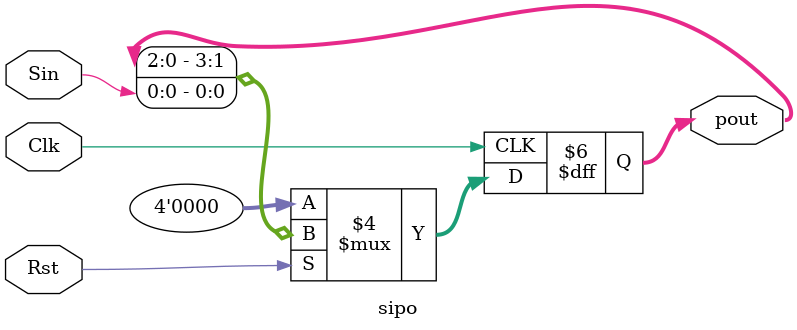
<source format=v>
`timescale 1ns / 1ps


module sipo(
    input Sin,
    input Rst,
    input Clk,
    output reg[3:0] pout
    );
    always @(posedge Clk)
    begin
    if(!Rst)
    pout<=4'b0000;
    else
    pout<={pout[2:0],Sin};
    end
endmodule

</source>
